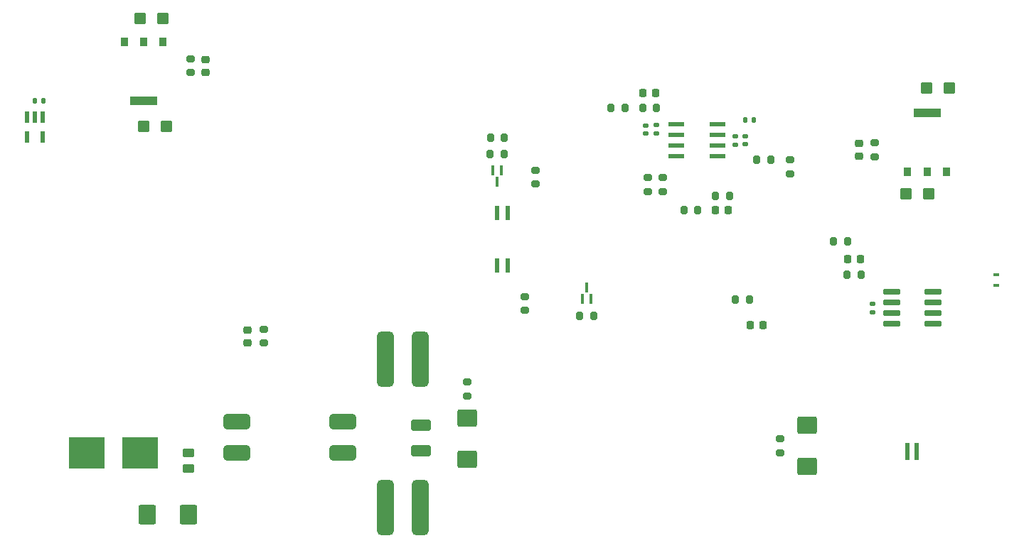
<source format=gbr>
%TF.GenerationSoftware,KiCad,Pcbnew,9.0.3*%
%TF.CreationDate,2025-09-16T13:04:12-04:00*%
%TF.ProjectId,CAEN_NEVIS_DAQ_12V,4341454e-5f4e-4455-9649-535f4441515f,rev?*%
%TF.SameCoordinates,Original*%
%TF.FileFunction,Paste,Top*%
%TF.FilePolarity,Positive*%
%FSLAX46Y46*%
G04 Gerber Fmt 4.6, Leading zero omitted, Abs format (unit mm)*
G04 Created by KiCad (PCBNEW 9.0.3) date 2025-09-16 13:04:12*
%MOMM*%
%LPD*%
G01*
G04 APERTURE LIST*
G04 Aperture macros list*
%AMRoundRect*
0 Rectangle with rounded corners*
0 $1 Rounding radius*
0 $2 $3 $4 $5 $6 $7 $8 $9 X,Y pos of 4 corners*
0 Add a 4 corners polygon primitive as box body*
4,1,4,$2,$3,$4,$5,$6,$7,$8,$9,$2,$3,0*
0 Add four circle primitives for the rounded corners*
1,1,$1+$1,$2,$3*
1,1,$1+$1,$4,$5*
1,1,$1+$1,$6,$7*
1,1,$1+$1,$8,$9*
0 Add four rect primitives between the rounded corners*
20,1,$1+$1,$2,$3,$4,$5,0*
20,1,$1+$1,$4,$5,$6,$7,0*
20,1,$1+$1,$6,$7,$8,$9,0*
20,1,$1+$1,$8,$9,$2,$3,0*%
G04 Aperture macros list end*
%ADD10RoundRect,0.200000X-0.275000X0.200000X-0.275000X-0.200000X0.275000X-0.200000X0.275000X0.200000X0*%
%ADD11RoundRect,0.250000X-0.450000X-0.425000X0.450000X-0.425000X0.450000X0.425000X-0.450000X0.425000X0*%
%ADD12R,0.889000X1.016000*%
%ADD13R,3.200000X1.000000*%
%ADD14RoundRect,0.200000X0.200000X0.275000X-0.200000X0.275000X-0.200000X-0.275000X0.200000X-0.275000X0*%
%ADD15RoundRect,0.250000X0.925000X-0.787500X0.925000X0.787500X-0.925000X0.787500X-0.925000X-0.787500X0*%
%ADD16RoundRect,0.200000X0.275000X-0.200000X0.275000X0.200000X-0.275000X0.200000X-0.275000X-0.200000X0*%
%ADD17RoundRect,0.225000X0.250000X-0.225000X0.250000X0.225000X-0.250000X0.225000X-0.250000X-0.225000X0*%
%ADD18RoundRect,0.225000X0.225000X0.250000X-0.225000X0.250000X-0.225000X-0.250000X0.225000X-0.250000X0*%
%ADD19R,0.558800X1.473200*%
%ADD20R,4.241800X3.810000*%
%ADD21RoundRect,0.250000X0.450000X0.425000X-0.450000X0.425000X-0.450000X-0.425000X0.450000X-0.425000X0*%
%ADD22R,0.350800X1.161200*%
%ADD23RoundRect,0.225000X-0.250000X0.225000X-0.250000X-0.225000X0.250000X-0.225000X0.250000X0.225000X0*%
%ADD24R,0.584200X2.159000*%
%ADD25R,0.558800X1.651000*%
%ADD26RoundRect,0.140000X-0.170000X0.140000X-0.170000X-0.140000X0.170000X-0.140000X0.170000X0.140000X0*%
%ADD27RoundRect,0.250000X0.450000X-0.262500X0.450000X0.262500X-0.450000X0.262500X-0.450000X-0.262500X0*%
%ADD28RoundRect,0.140000X-0.140000X-0.170000X0.140000X-0.170000X0.140000X0.170000X-0.140000X0.170000X0*%
%ADD29RoundRect,0.225000X-0.225000X-0.250000X0.225000X-0.250000X0.225000X0.250000X-0.225000X0.250000X0*%
%ADD30RoundRect,0.140000X0.170000X-0.140000X0.170000X0.140000X-0.170000X0.140000X-0.170000X-0.140000X0*%
%ADD31RoundRect,0.075000X0.910000X0.225000X-0.910000X0.225000X-0.910000X-0.225000X0.910000X-0.225000X0*%
%ADD32R,1.981200X0.558800*%
%ADD33RoundRect,0.200000X-0.200000X-0.275000X0.200000X-0.275000X0.200000X0.275000X-0.200000X0.275000X0*%
%ADD34RoundRect,0.500000X-0.500000X-2.800000X0.500000X-2.800000X0.500000X2.800000X-0.500000X2.800000X0*%
%ADD35RoundRect,0.250000X0.787500X0.925000X-0.787500X0.925000X-0.787500X-0.925000X0.787500X-0.925000X0*%
%ADD36RoundRect,0.135000X0.185000X-0.135000X0.185000X0.135000X-0.185000X0.135000X-0.185000X-0.135000X0*%
%ADD37RoundRect,0.250000X0.925000X-0.412500X0.925000X0.412500X-0.925000X0.412500X-0.925000X-0.412500X0*%
%ADD38RoundRect,0.475000X1.125000X-0.475000X1.125000X0.475000X-1.125000X0.475000X-1.125000X-0.475000X0*%
%ADD39R,0.711200X0.444500*%
G04 APERTURE END LIST*
D10*
%TO.C,R2*%
X143110000Y-90055000D03*
X143110000Y-91705000D03*
%TD*%
D11*
%TO.C,C14*%
X104580000Y-59510000D03*
X107280000Y-59510000D03*
%TD*%
D12*
%TO.C,U4*%
X195518600Y-64922500D03*
X197830000Y-64922500D03*
X200141400Y-64922500D03*
D13*
X197830000Y-57930000D03*
%TD*%
D14*
%TO.C,R23*%
X179215000Y-63510000D03*
X177565000Y-63510000D03*
%TD*%
%TO.C,R26*%
X170555000Y-69550000D03*
X168905000Y-69550000D03*
%TD*%
%TO.C,R8*%
X147485000Y-62840000D03*
X145835000Y-62840000D03*
%TD*%
D11*
%TO.C,C12*%
X104151000Y-46660000D03*
X106851000Y-46660000D03*
%TD*%
D15*
%TO.C,C8*%
X143120000Y-99282500D03*
X143120000Y-94357500D03*
%TD*%
D14*
%TO.C,R9*%
X176655000Y-80240000D03*
X175005000Y-80240000D03*
%TD*%
D16*
%TO.C,R18*%
X164626200Y-67330000D03*
X164626200Y-65680000D03*
%TD*%
D14*
%TO.C,R15*%
X189965000Y-77220000D03*
X188315000Y-77220000D03*
%TD*%
D17*
%TO.C,C13*%
X111948500Y-53105000D03*
X111948500Y-51555000D03*
%TD*%
D14*
%TO.C,R21*%
X161861200Y-57305000D03*
X160211200Y-57305000D03*
%TD*%
D18*
%TO.C,C20*%
X189925000Y-75370000D03*
X188375000Y-75370000D03*
%TD*%
D19*
%TO.C,U3*%
X92540001Y-58436200D03*
X91590000Y-58436200D03*
X90639999Y-58436200D03*
X90639999Y-60823800D03*
X92540001Y-60823800D03*
%TD*%
D14*
%TO.C,R16*%
X188375000Y-73280000D03*
X186725000Y-73280000D03*
%TD*%
D20*
%TO.C,F1*%
X97762300Y-98520000D03*
X104137700Y-98520000D03*
%TD*%
D21*
%TO.C,C16*%
X198043900Y-67552500D03*
X195343900Y-67552500D03*
%TD*%
D22*
%TO.C,M2*%
X147160000Y-64830000D03*
X146160002Y-64830000D03*
X146660001Y-66180000D03*
%TD*%
D14*
%TO.C,R25*%
X174295000Y-67860000D03*
X172645000Y-67860000D03*
%TD*%
D16*
%TO.C,R30*%
X118840000Y-85385000D03*
X118840000Y-83735000D03*
%TD*%
D18*
%TO.C,C23*%
X165531200Y-55545000D03*
X163981200Y-55545000D03*
%TD*%
D23*
%TO.C,C18*%
X189701400Y-61542500D03*
X189701400Y-63092500D03*
%TD*%
D14*
%TO.C,R7*%
X147495000Y-60860000D03*
X145845000Y-60860000D03*
%TD*%
D24*
%TO.C,R14*%
X195526600Y-98330000D03*
X196593400Y-98330000D03*
%TD*%
D11*
%TO.C,C17*%
X197801400Y-55012500D03*
X200501400Y-55012500D03*
%TD*%
D25*
%TO.C,Q1*%
X147935000Y-69915800D03*
X146665000Y-69915800D03*
X146665000Y-76164200D03*
X147935000Y-76164200D03*
%TD*%
D16*
%TO.C,R1*%
X180300000Y-98455000D03*
X180300000Y-96805000D03*
%TD*%
D26*
%TO.C,C19*%
X191360000Y-80740000D03*
X191360000Y-81700000D03*
%TD*%
D27*
%TO.C,R10*%
X109870000Y-100332500D03*
X109870000Y-98507500D03*
%TD*%
D12*
%TO.C,U2*%
X106879900Y-49497500D03*
X104568500Y-49497500D03*
X102257100Y-49497500D03*
D13*
X104568500Y-56490000D03*
%TD*%
D28*
%TO.C,C21*%
X176220000Y-58810000D03*
X177180000Y-58810000D03*
%TD*%
D29*
%TO.C,C11*%
X176765000Y-83250000D03*
X178315000Y-83250000D03*
%TD*%
D30*
%TO.C,C24*%
X176230000Y-61700000D03*
X176230000Y-60740000D03*
%TD*%
D31*
%TO.C,U5*%
X198550000Y-83125000D03*
X198550000Y-81855000D03*
X198550000Y-80585000D03*
X198550000Y-79315000D03*
X193610000Y-79315000D03*
X193610000Y-80585000D03*
X193610000Y-81855000D03*
X193610000Y-83125000D03*
%TD*%
D10*
%TO.C,R19*%
X166346200Y-65680000D03*
X166346200Y-67330000D03*
%TD*%
D15*
%TO.C,C7*%
X183520000Y-100092500D03*
X183520000Y-95167500D03*
%TD*%
D18*
%TO.C,C25*%
X174195000Y-69570000D03*
X172645000Y-69570000D03*
%TD*%
D10*
%TO.C,R13*%
X191591400Y-61497500D03*
X191591400Y-63147500D03*
%TD*%
D32*
%TO.C,U6*%
X167942400Y-59300000D03*
X167942400Y-60570000D03*
X167942400Y-61840000D03*
X167942400Y-63110000D03*
X172870000Y-63110000D03*
X172870000Y-61840000D03*
X172870000Y-60570000D03*
X172870000Y-59300000D03*
%TD*%
D22*
%TO.C,M1*%
X156790001Y-80145000D03*
X157789999Y-80145000D03*
X157290000Y-78795000D03*
%TD*%
D33*
%TO.C,R6*%
X156464999Y-82135000D03*
X158114999Y-82135000D03*
%TD*%
D34*
%TO.C,L2*%
X133325000Y-87290000D03*
X137525000Y-87290000D03*
%TD*%
D16*
%TO.C,R4*%
X149980000Y-81485000D03*
X149980000Y-79835000D03*
%TD*%
D30*
%TO.C,C22*%
X164326200Y-60385000D03*
X164326200Y-59425000D03*
%TD*%
D35*
%TO.C,C10*%
X109870000Y-105860000D03*
X104945000Y-105860000D03*
%TD*%
D14*
%TO.C,R20*%
X165611200Y-57305000D03*
X163961200Y-57305000D03*
%TD*%
D23*
%TO.C,C26*%
X116930000Y-83835000D03*
X116930000Y-85385000D03*
%TD*%
D36*
%TO.C,R24*%
X175020000Y-61720000D03*
X175020000Y-60700000D03*
%TD*%
D16*
%TO.C,R12*%
X110188500Y-53135000D03*
X110188500Y-51485000D03*
%TD*%
D36*
%TO.C,R17*%
X165596200Y-60435000D03*
X165596200Y-59415000D03*
%TD*%
D34*
%TO.C,L1*%
X133325000Y-104980000D03*
X137525000Y-104980000D03*
%TD*%
D37*
%TO.C,C9*%
X137620000Y-98230000D03*
X137620000Y-95155000D03*
%TD*%
D38*
%TO.C,L3*%
X128250000Y-94760000D03*
X128250000Y-98460000D03*
X115650000Y-98460000D03*
X115650000Y-94760000D03*
%TD*%
D28*
%TO.C,C15*%
X91635400Y-56496500D03*
X92595400Y-56496500D03*
%TD*%
D39*
%TO.C,LED1*%
X206100000Y-78508650D03*
X206100000Y-77251350D03*
%TD*%
D16*
%TO.C,R22*%
X181490000Y-65195000D03*
X181490000Y-63545000D03*
%TD*%
D10*
%TO.C,R5*%
X151230000Y-64755000D03*
X151230000Y-66405000D03*
%TD*%
M02*

</source>
